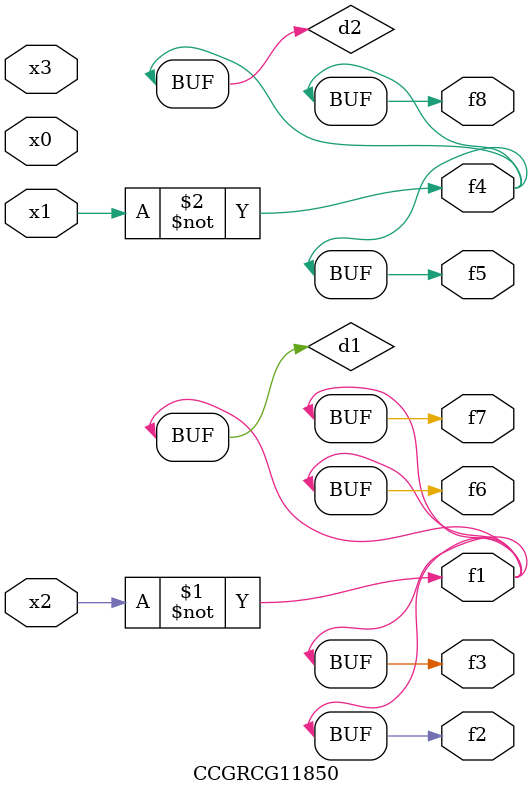
<source format=v>
module CCGRCG11850(
	input x0, x1, x2, x3,
	output f1, f2, f3, f4, f5, f6, f7, f8
);

	wire d1, d2;

	xnor (d1, x2);
	not (d2, x1);
	assign f1 = d1;
	assign f2 = d1;
	assign f3 = d1;
	assign f4 = d2;
	assign f5 = d2;
	assign f6 = d1;
	assign f7 = d1;
	assign f8 = d2;
endmodule

</source>
